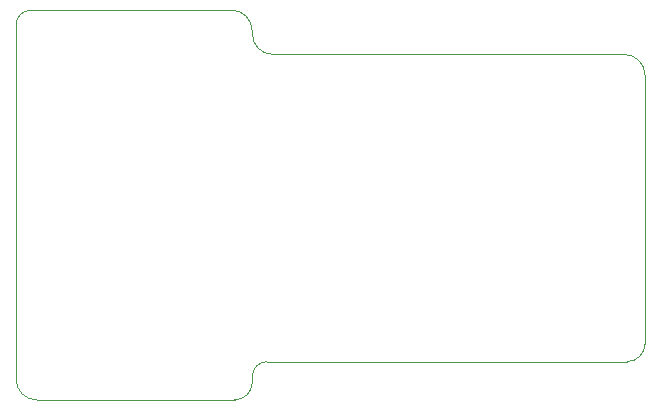
<source format=gm1>
%TF.GenerationSoftware,KiCad,Pcbnew,8.0.1-8.0.1-1~ubuntu22.04.1*%
%TF.CreationDate,2024-04-16T22:31:29-04:00*%
%TF.ProjectId,rocker_splitter,726f636b-6572-45f7-9370-6c6974746572,rev?*%
%TF.SameCoordinates,Original*%
%TF.FileFunction,Profile,NP*%
%FSLAX46Y46*%
G04 Gerber Fmt 4.6, Leading zero omitted, Abs format (unit mm)*
G04 Created by KiCad (PCBNEW 8.0.1-8.0.1-1~ubuntu22.04.1) date 2024-04-16 22:31:29*
%MOMM*%
%LPD*%
G01*
G04 APERTURE LIST*
%TA.AperFunction,Profile*%
%ADD10C,0.050000*%
%TD*%
G04 APERTURE END LIST*
D10*
X38647500Y-30395000D02*
G75*
G02*
X39897500Y-29145000I1250002J-2D01*
G01*
X91897500Y-57395000D02*
G75*
G02*
X90397500Y-58895000I-1500001J1D01*
G01*
X58647500Y-60145000D02*
G75*
G02*
X59897500Y-58895000I1250000J0D01*
G01*
X58647500Y-60645000D02*
G75*
G02*
X57147500Y-62145000I-1500000J0D01*
G01*
X40397500Y-62145000D02*
G75*
G02*
X38647500Y-60395000I0J1750000D01*
G01*
X90147500Y-32895000D02*
G75*
G02*
X91897500Y-34645000I0J-1750000D01*
G01*
X39897500Y-29145000D02*
X56897500Y-29145000D01*
X60397500Y-32895000D02*
G75*
G02*
X58647500Y-31145000I0J1750000D01*
G01*
X56897500Y-29145000D02*
G75*
G02*
X58647500Y-30895000I0J-1750000D01*
G01*
X60397500Y-32895000D02*
X90147500Y-32895000D01*
X91897500Y-34645000D02*
X91897500Y-57395000D01*
X57147500Y-62145000D02*
X40397500Y-62145000D01*
X58647500Y-60145000D02*
X58647500Y-60645000D01*
X38647500Y-60395000D02*
X38647500Y-30395000D01*
X90397500Y-58895000D02*
X59897500Y-58895000D01*
X58647500Y-30895000D02*
X58647500Y-31145000D01*
M02*

</source>
